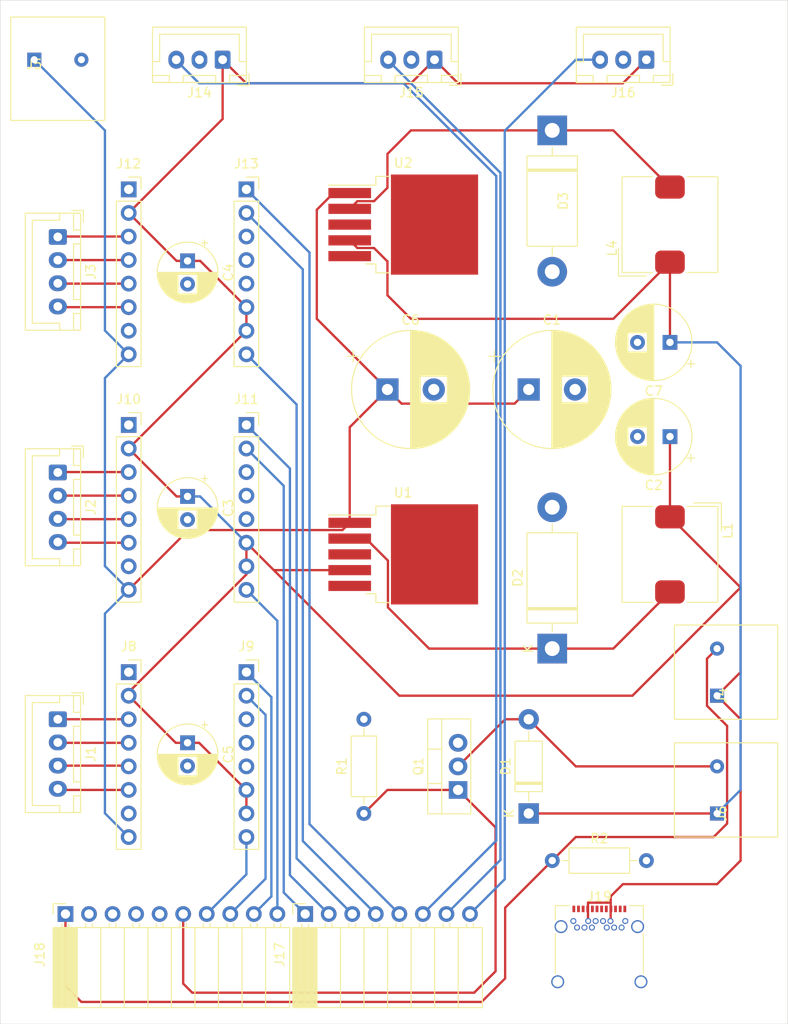
<source format=kicad_pcb>
(kicad_pcb (version 20211014) (generator pcbnew)
  (layers (0 "F.Cu" signal) (31 "B.Cu" signal) (34 "B.Paste" user) (35 "F.Paste" user) (36 "B.SilkS" user "B.Silkscreen") (37 "F.SilkS" user "F.Silkscreen") (38 "B.Mask" user) (39 "F.Mask" user) (44 "Edge.Cuts" user))
  (net 0 "")
  (net 1 "DC-")
  (net 2 "+5V")
  (net 3 "OA2x")
  (net 4 "OA1x")
  (net 5 "OB1x")
  (net 6 "OB2x")
  (net 7 "ENx")
  (net 8 "+24V")
  (net 9 "Net-(D3-Pad1)")
  (net 12 "STEPx")
  (net 13 "DIRx")
  (net 14 "OA2y")
  (net 15 "OA1y")
  (net 16 "OB1y")
  (net 17 "OB2y")
  (net 18 "ENy")
  (net 19 "GND")
  (net 22 "STEPy")
  (net 23 "DIRy")
  (net 24 "OA2z")
  (net 25 "OA1z")
  (net 26 "OB1z")
  (net 27 "OB2z")
  (net 28 "ENz")
  (net 31 "STEPz")
  (net 32 "DIRz")
  (net 33 "Lx")
  (net 34 "Ly")
  (net 35 "Lz")
  (net 40 "Net-(D2-Pad1)")
  (net 41 "DCtrl")
  (net 47 "CONT")
  (net 48 "16")
  (net 49 "AREF")
  (net 50 "13")
  (net 61 "+12V")
  (footprint "Diode_THT:D_DO-41_SOD81_P10.16mm_Horizontal" (layer "F.Cu") (at 101.6 121.92 90)
    (fp_text reference "D1" (at 5.08 -2.47 90) (layer "F.SilkS"))
    (fp_text value "1N4001")
    (fp_text user "K" (at 0 -2.1 90) (layer "F.SilkS"))
    (pad "1" thru_hole rect (at 0 0 90) (size 2.2 2.2) (drill 1.1) (layers *.Cu *.Mask) (net 61 "+12V"))
    (pad "2" thru_hole oval (at 10.16 0 90) (size 2.2 2.2) (drill 1.1) (layers *.Cu *.Mask) (net 1 "DC-"))
  )
  (footprint "Connector_JST:JST_XH_B4B-XH-A_1x04_P2.50mm_Vertical" (layer "F.Cu") (at 50.8 111.76 -90)
    (fp_text reference "J1" (at 3.75 -3.55 90) (layer "F.SilkS"))
    (fp_text value "Conn_01x04_Male")
    (pad "1" thru_hole roundrect locked (at 0 0 270) (size 1.7 1.95) (drill 0.95) (layers *.Cu *.Mask) (roundrect_rratio 0.147059) (net 6 "OB2x"))
    (pad "2" thru_hole oval locked (at 2.5 0 270) (size 1.7 1.95) (drill 0.95) (layers *.Cu *.Mask) (net 5 "OB1x"))
    (pad "3" thru_hole oval locked (at 5 0 270) (size 1.7 1.95) (drill 0.95) (layers *.Cu *.Mask) (net 4 "OA1x"))
    (pad "4" thru_hole oval locked (at 7.5 0 270) (size 1.7 1.95) (drill 0.95) (layers *.Cu *.Mask) (net 3 "OA2x"))
  )
  (footprint "Connector_JST:JST_XH_B4B-XH-A_1x04_P2.50mm_Vertical" (layer "F.Cu") (at 50.8 85.15 -90)
    (fp_text reference "J2" (at 3.75 -3.55 90) (layer "F.SilkS"))
    (fp_text value "Conn_01x04_Male")
    (pad "1" thru_hole roundrect locked (at 0 0 270) (size 1.7 1.95) (drill 0.95) (layers *.Cu *.Mask) (roundrect_rratio 0.147059) (net 17 "OB2y"))
    (pad "2" thru_hole oval locked (at 2.5 0 270) (size 1.7 1.95) (drill 0.95) (layers *.Cu *.Mask) (net 16 "OB1y"))
    (pad "3" thru_hole oval locked (at 5 0 270) (size 1.7 1.95) (drill 0.95) (layers *.Cu *.Mask) (net 15 "OA1y"))
    (pad "4" thru_hole oval locked (at 7.5 0 270) (size 1.7 1.95) (drill 0.95) (layers *.Cu *.Mask) (net 14 "OA2y"))
  )
  (footprint "Connector_JST:JST_XH_B4B-XH-A_1x04_P2.50mm_Vertical" (layer "F.Cu") (at 50.8 59.75 -90)
    (fp_text reference "J3" (at 3.75 -3.55 90) (layer "F.SilkS"))
    (fp_text value "Conn_01x04_Male")
    (pad "1" thru_hole roundrect locked (at 0 0 270) (size 1.7 1.95) (drill 0.95) (layers *.Cu *.Mask) (roundrect_rratio 0.147059) (net 27 "OB2z"))
    (pad "2" thru_hole oval locked (at 2.5 0 270) (size 1.7 1.95) (drill 0.95) (layers *.Cu *.Mask) (net 26 "OB1z"))
    (pad "3" thru_hole oval locked (at 5 0 270) (size 1.7 1.95) (drill 0.95) (layers *.Cu *.Mask) (net 25 "OA1z"))
    (pad "4" thru_hole oval locked (at 7.5 0 270) (size 1.7 1.95) (drill 0.95) (layers *.Cu *.Mask) (net 24 "OA2z"))
  )
  (footprint "CNC_interface:TerminalBlock_Phoenix_MKDSP-1,5-2-5.08_1x02_P5.08mm" (layer "F.Cu") (at 121.92 121.92 90)
    (fp_text reference "J6" (at 0 0.5 90) (layer "F.SilkS"))
    (fp_text value "Screw_Terminal_01x02")
    (pad "1" thru_hole rect locked (at 0 0 90) (size 1.524 1.524) (drill 0.762) (layers *.Cu *.Mask) (net 61 "+12V"))
    (pad "2" thru_hole circle locked (at 5.08 0 90) (size 1.524 1.524) (drill 0.762) (layers *.Cu *.Mask) (net 1 "DC-"))
  )
  (footprint "Connector_PinSocket_2.54mm:PinSocket_1x08_P2.54mm_Vertical" (layer "F.Cu") (at 58.445 106.68)
    (fp_text reference "J8" (at 0 -2.77) (layer "F.SilkS"))
    (fp_text value "Conn_01x08")
    (pad "1" thru_hole rect (at 0 0) (size 1.7 1.7) (drill 1) (layers *.Cu *.Mask) (net 19 "GND"))
    (pad "2" thru_hole oval (at 0 2.54) (size 1.7 1.7) (drill 1) (layers *.Cu *.Mask) (net 2 "+5V"))
    (pad "3" thru_hole oval (at 0 5.08) (size 1.7 1.7) (drill 1) (layers *.Cu *.Mask) (net 6 "OB2x"))
    (pad "4" thru_hole oval (at 0 7.62) (size 1.7 1.7) (drill 1) (layers *.Cu *.Mask) (net 5 "OB1x"))
    (pad "5" thru_hole oval (at 0 10.16) (size 1.7 1.7) (drill 1) (layers *.Cu *.Mask) (net 4 "OA1x"))
    (pad "6" thru_hole oval (at 0 12.7) (size 1.7 1.7) (drill 1) (layers *.Cu *.Mask) (net 3 "OA2x"))
    (pad "7" thru_hole oval (at 0 15.24) (size 1.7 1.7) (drill 1) (layers *.Cu *.Mask) (net 19 "GND"))
    (pad "8" thru_hole oval (at 0 17.78) (size 1.7 1.7) (drill 1) (layers *.Cu *.Mask) (net 8 "+24V"))
  )
  (footprint "Connector_PinSocket_2.54mm:PinSocket_1x08_P2.54mm_Vertical" (layer "F.Cu") (at 71.145 106.68)
    (fp_text reference "J9" (at 0 -2.77) (layer "F.SilkS"))
    (fp_text value "Conn_01x08")
    (pad "1" thru_hole rect (at 0 0) (size 1.7 1.7) (drill 1) (layers *.Cu *.Mask) (net 13 "DIRx"))
    (pad "2" thru_hole oval (at 0 2.54) (size 1.7 1.7) (drill 1) (layers *.Cu *.Mask) (net 12 "STEPx"))
    (pad "3" thru_hole oval (at 0 5.08) (size 1.7 1.7) (drill 1) (layers *.Cu *.Mask))
    (pad "4" thru_hole oval (at 0 7.62) (size 1.7 1.7) (drill 1) (layers *.Cu *.Mask))
    (pad "5" thru_hole oval (at 0 10.16) (size 1.7 1.7) (drill 1) (layers *.Cu *.Mask))
    (pad "6" thru_hole oval (at 0 12.7) (size 1.7 1.7) (drill 1) (layers *.Cu *.Mask) (net 2 "+5V"))
    (pad "7" thru_hole oval (at 0 15.24) (size 1.7 1.7) (drill 1) (layers *.Cu *.Mask) (net 2 "+5V"))
    (pad "8" thru_hole oval (at 0 17.78) (size 1.7 1.7) (drill 1) (layers *.Cu *.Mask) (net 7 "ENx"))
  )
  (footprint "Connector_PinSocket_2.54mm:PinSocket_1x08_P2.54mm_Vertical" (layer "F.Cu") (at 58.445 80.025)
    (fp_text reference "J10" (at 0 -2.77) (layer "F.SilkS"))
    (fp_text value "Conn_01x08")
    (pad "1" thru_hole rect (at 0 0) (size 1.7 1.7) (drill 1) (layers *.Cu *.Mask) (net 19 "GND"))
    (pad "2" thru_hole oval (at 0 2.54) (size 1.7 1.7) (drill 1) (layers *.Cu *.Mask) (net 2 "+5V"))
    (pad "3" thru_hole oval (at 0 5.08) (size 1.7 1.7) (drill 1) (layers *.Cu *.Mask) (net 17 "OB2y"))
    (pad "4" thru_hole oval (at 0 7.62) (size 1.7 1.7) (drill 1) (layers *.Cu *.Mask) (net 16 "OB1y"))
    (pad "5" thru_hole oval (at 0 10.16) (size 1.7 1.7) (drill 1) (layers *.Cu *.Mask) (net 15 "OA1y"))
    (pad "6" thru_hole oval (at 0 12.7) (size 1.7 1.7) (drill 1) (layers *.Cu *.Mask) (net 14 "OA2y"))
    (pad "7" thru_hole oval (at 0 15.24) (size 1.7 1.7) (drill 1) (layers *.Cu *.Mask) (net 19 "GND"))
    (pad "8" thru_hole oval (at 0 17.78) (size 1.7 1.7) (drill 1) (layers *.Cu *.Mask) (net 8 "+24V"))
  )
  (footprint "Connector_PinSocket_2.54mm:PinSocket_1x08_P2.54mm_Vertical" (layer "F.Cu") (at 71.145 80.025)
    (fp_text reference "J11" (at 0 -2.77) (layer "F.SilkS"))
    (fp_text value "Conn_01x08")
    (pad "1" thru_hole rect (at 0 0) (size 1.7 1.7) (drill 1) (layers *.Cu *.Mask) (net 23 "DIRy"))
    (pad "2" thru_hole oval (at 0 2.54) (size 1.7 1.7) (drill 1) (layers *.Cu *.Mask) (net 22 "STEPy"))
    (pad "3" thru_hole oval (at 0 5.08) (size 1.7 1.7) (drill 1) (layers *.Cu *.Mask))
    (pad "4" thru_hole oval (at 0 7.62) (size 1.7 1.7) (drill 1) (layers *.Cu *.Mask))
    (pad "5" thru_hole oval (at 0 10.16) (size 1.7 1.7) (drill 1) (layers *.Cu *.Mask))
    (pad "6" thru_hole oval (at 0 12.7) (size 1.7 1.7) (drill 1) (layers *.Cu *.Mask) (net 2 "+5V"))
    (pad "7" thru_hole oval (at 0 15.24) (size 1.7 1.7) (drill 1) (layers *.Cu *.Mask) (net 2 "+5V"))
    (pad "8" thru_hole oval (at 0 17.78) (size 1.7 1.7) (drill 1) (layers *.Cu *.Mask) (net 18 "ENy"))
  )
  (footprint "Connector_PinSocket_2.54mm:PinSocket_1x08_P2.54mm_Vertical" (layer "F.Cu") (at 58.445 54.625)
    (fp_text reference "J12" (at 0 -2.77) (layer "F.SilkS"))
    (fp_text value "Conn_01x08")
    (pad "1" thru_hole rect (at 0 0) (size 1.7 1.7) (drill 1) (layers *.Cu *.Mask) (net 19 "GND"))
    (pad "2" thru_hole oval (at 0 2.54) (size 1.7 1.7) (drill 1) (layers *.Cu *.Mask) (net 2 "+5V"))
    (pad "3" thru_hole oval (at 0 5.08) (size 1.7 1.7) (drill 1) (layers *.Cu *.Mask) (net 27 "OB2z"))
    (pad "4" thru_hole oval (at 0 7.62) (size 1.7 1.7) (drill 1) (layers *.Cu *.Mask) (net 26 "OB1z"))
    (pad "5" thru_hole oval (at 0 10.16) (size 1.7 1.7) (drill 1) (layers *.Cu *.Mask) (net 25 "OA1z"))
    (pad "6" thru_hole oval (at 0 12.7) (size 1.7 1.7) (drill 1) (layers *.Cu *.Mask) (net 24 "OA2z"))
    (pad "7" thru_hole oval (at 0 15.24) (size 1.7 1.7) (drill 1) (layers *.Cu *.Mask) (net 19 "GND"))
    (pad "8" thru_hole oval (at 0 17.78) (size 1.7 1.7) (drill 1) (layers *.Cu *.Mask) (net 8 "+24V"))
  )
  (footprint "Connector_PinSocket_2.54mm:PinSocket_1x08_P2.54mm_Vertical" (layer "F.Cu") (at 71.145 54.625)
    (fp_text reference "J13" (at 0 -2.77) (layer "F.SilkS"))
    (fp_text value "Conn_01x08")
    (pad "1" thru_hole rect (at 0 0) (size 1.7 1.7) (drill 1) (layers *.Cu *.Mask) (net 32 "DIRz"))
    (pad "2" thru_hole oval (at 0 2.54) (size 1.7 1.7) (drill 1) (layers *.Cu *.Mask) (net 31 "STEPz"))
    (pad "3" thru_hole oval (at 0 5.08) (size 1.7 1.7) (drill 1) (layers *.Cu *.Mask))
    (pad "4" thru_hole oval (at 0 7.62) (size 1.7 1.7) (drill 1) (layers *.Cu *.Mask))
    (pad "5" thru_hole oval (at 0 10.16) (size 1.7 1.7) (drill 1) (layers *.Cu *.Mask))
    (pad "6" thru_hole oval (at 0 12.7) (size 1.7 1.7) (drill 1) (layers *.Cu *.Mask) (net 2 "+5V"))
    (pad "7" thru_hole oval (at 0 15.24) (size 1.7 1.7) (drill 1) (layers *.Cu *.Mask) (net 2 "+5V"))
    (pad "8" thru_hole oval (at 0 17.78) (size 1.7 1.7) (drill 1) (layers *.Cu *.Mask) (net 28 "ENz"))
  )
  (footprint "Connector_JST:JST_XH_B3B-XH-A_1x03_P2.50mm_Vertical" (layer "F.Cu") (at 68.58 40.64 180)
    (fp_text reference "J14" (at 2.5 -3.55) (layer "F.SilkS"))
    (fp_text value "Conn_01x03_Male")
    (pad "1" thru_hole roundrect (at 0 0 180) (size 1.7 1.95) (drill 0.95) (layers *.Cu *.Mask) (roundrect_rratio 0.147059) (net 2 "+5V"))
    (pad "2" thru_hole oval (at 2.5 0 180) (size 1.7 1.95) (drill 0.95) (layers *.Cu *.Mask) (net 19 "GND"))
    (pad "3" thru_hole oval (at 5 0 180) (size 1.7 1.95) (drill 0.95) (layers *.Cu *.Mask) (net 33 "Lx"))
  )
  (footprint "Connector_JST:JST_XH_B3B-XH-A_1x03_P2.50mm_Vertical" (layer "F.Cu") (at 91.44 40.64 180)
    (fp_text reference "J15" (at 2.5 -3.55) (layer "F.SilkS"))
    (fp_text value "Conn_01x03_Male")
    (pad "1" thru_hole roundrect (at 0 0 180) (size 1.7 1.95) (drill 0.95) (layers *.Cu *.Mask) (roundrect_rratio 0.147059) (net 2 "+5V"))
    (pad "2" thru_hole oval (at 2.5 0 180) (size 1.7 1.95) (drill 0.95) (layers *.Cu *.Mask) (net 19 "GND"))
    (pad "3" thru_hole oval (at 5 0 180) (size 1.7 1.95) (drill 0.95) (layers *.Cu *.Mask) (net 34 "Ly"))
  )
  (footprint "Connector_JST:JST_XH_B3B-XH-A_1x03_P2.50mm_Vertical" (layer "F.Cu") (at 114.3 40.64 180)
    (fp_text reference "J16" (at 2.5 -3.55) (layer "F.SilkS"))
    (fp_text value "Conn_01x03_Male")
    (pad "1" thru_hole roundrect (at 0 0 180) (size 1.7 1.95) (drill 0.95) (layers *.Cu *.Mask) (roundrect_rratio 0.147059) (net 2 "+5V"))
    (pad "2" thru_hole oval (at 2.5 0 180) (size 1.7 1.95) (drill 0.95) (layers *.Cu *.Mask) (net 19 "GND"))
    (pad "3" thru_hole oval (at 5 0 180) (size 1.7 1.95) (drill 0.95) (layers *.Cu *.Mask) (net 35 "Lz"))
  )
  (footprint "Package_TO_SOT_THT:TO-220-3_Vertical" (layer "F.Cu") (at 93.98 119.38 90)
    (fp_text reference "Q1" (at 2.54 -4.27 90) (layer "F.SilkS"))
    (fp_text value "Q_NMOS_GDS")
    (pad "1" thru_hole rect (at 0 0 90) (size 1.905 2) (drill 1.1) (layers *.Cu *.Mask) (net 41 "DCtrl"))
    (pad "2" thru_hole oval (at 2.54 0 90) (size 1.905 2) (drill 1.1) (layers *.Cu *.Mask) (net 1 "DC-"))
    (pad "3" thru_hole oval (at 5.08 0 90) (size 1.905 2) (drill 1.1) (layers *.Cu *.Mask) (net 19 "GND"))
  )
  (footprint "CNC_interface:TerminalBlock_Phoenix_MKDSP-1,5-2-5.08_1x02_P5.08mm" (layer "F.Cu") (at 48.26 40.64)
    (fp_text reference "J5" (at 0 0.5) (layer "F.SilkS"))
    (fp_text value "Screw_Terminal_01x02")
    (pad "1" thru_hole rect locked (at 0 0) (size 1.524 1.524) (drill 0.762) (layers *.Cu *.Mask) (net 8 "+24V"))
    (pad "2" thru_hole circle locked (at 5.08 0) (size 1.524 1.524) (drill 0.762) (layers *.Cu *.Mask) (net 19 "GND"))
  )
  (footprint "Connector_PinSocket_2.54mm:PinSocket_1x10_P2.54mm_Horizontal" (layer "F.Cu") (at 51.625 132.76 90)
    (fp_text reference "J18" (at -4.38 -2.77 90) (layer "F.SilkS"))
    (fp_text value "Conn_01x10")
    (pad "1" thru_hole rect (at 0 0 90) (size 1.7 1.7) (drill 1) (layers *.Cu *.Mask) (net 47 "CONT"))
    (pad "2" thru_hole oval (at 0 2.54 90) (size 1.7 1.7) (drill 1) (layers *.Cu *.Mask) (net 48 "16"))
    (pad "3" thru_hole oval (at 0 5.08 90) (size 1.7 1.7) (drill 1) (layers *.Cu *.Mask) (net 49 "AREF"))
    (pad "4" thru_hole oval (at 0 7.62 90) (size 1.7 1.7) (drill 1) (layers *.Cu *.Mask) (net 19 "GND"))
    (pad "5" thru_hole oval (at 0 10.16 90) (size 1.7 1.7) (drill 1) (layers *.Cu *.Mask) (net 50 "13"))
    (pad "6" thru_hole oval (at 0 12.7 90) (size 1.7 1.7) (drill 1) (layers *.Cu *.Mask) (net 41 "DCtrl"))
    (pad "7" thru_hole oval (at 0 15.24 90) (size 1.7 1.7) (drill 1) (layers *.Cu *.Mask) (net 7 "ENx"))
    (pad "8" thru_hole oval (at 0 17.78 90) (size 1.7 1.7) (drill 1) (layers *.Cu *.Mask) (net 12 "STEPx"))
    (pad "9" thru_hole oval (at 0 20.32 90) (size 1.7 1.7) (drill 1) (layers *.Cu *.Mask) (net 13 "DIRx"))
    (pad "10" thru_hole oval (at 0 22.86 90) (size 1.7 1.7) (drill 1) (layers *.Cu *.Mask) (net 18 "ENy"))
  )
  (footprint "Capacitor_THT:CP_Radial_D12.5mm_P5.00mm" (layer "F.Cu") (at 86.36 76.2)
    (fp_text reference "C6" (at 2.5 -7.5) (layer "F.SilkS"))
    (fp_text value "100uF")
    (pad "1" thru_hole rect (at 0 0) (size 2.4 2.4) (drill 1.2) (layers *.Cu *.Mask) (net 8 "+24V"))
    (pad "2" thru_hole circle (at 5 0) (size 2.4 2.4) (drill 1.2) (layers *.Cu *.Mask) (net 19 "GND"))
  )
  (footprint "Capacitor_THT:CP_Radial_D6.3mm_P2.50mm" (layer "F.Cu") (at 64.795 62.332621 -90)
    (fp_text reference "C4" (at 1.25 -4.4 -270) (layer "F.SilkS"))
    (fp_text value "100uF")
    (pad "1" thru_hole rect (at 0 0 270) (size 1.6 1.6) (drill 0.8) (layers *.Cu *.Mask) (net 2 "+5V"))
    (pad "2" thru_hole circle (at 2.5 0 270) (size 1.6 1.6) (drill 0.8) (layers *.Cu *.Mask) (net 19 "GND"))
  )
  (footprint "Capacitor_THT:CP_Radial_D8.0mm_P3.50mm" (layer "F.Cu") (at 116.84 71.12 180)
    (fp_text reference "C7" (at 1.75 -5.25) (layer "F.SilkS"))
    (fp_text value "1000uF")
    (pad "1" thru_hole rect (at 0 0 180) (size 1.6 1.6) (drill 0.8) (layers *.Cu *.Mask) (net 61 "+12V"))
    (pad "2" thru_hole circle (at 3.5 0 180) (size 1.6 1.6) (drill 0.8) (layers *.Cu *.Mask) (net 19 "GND"))
  )
  (footprint "Connector_PinSocket_2.54mm:PinSocket_1x08_P2.54mm_Horizontal" (layer "F.Cu") (at 77.485 132.76 90)
    (fp_text reference "J17" (at -4.38 -2.77 90) (layer "F.SilkS"))
    (fp_text value "Conn_01x08")
    (pad "1" thru_hole rect (at 0 0 90) (size 1.7 1.7) (drill 1) (layers *.Cu *.Mask) (net 22 "STEPy"))
    (pad "2" thru_hole oval (at 0 2.54 90) (size 1.7 1.7) (drill 1) (layers *.Cu *.Mask) (net 23 "DIRy"))
    (pad "3" thru_hole oval (at 0 5.08 90) (size 1.7 1.7) (drill 1) (layers *.Cu *.Mask) (net 28 "ENz"))
    (pad "4" thru_hole oval (at 0 7.62 90) (size 1.7 1.7) (drill 1) (layers *.Cu *.Mask) (net 31 "STEPz"))
    (pad "5" thru_hole oval (at 0 10.16 90) (size 1.7 1.7) (drill 1) (layers *.Cu *.Mask) (net 32 "DIRz"))
    (pad "6" thru_hole oval (at 0 12.7 90) (size 1.7 1.7) (drill 1) (layers *.Cu *.Mask) (net 33 "Lx"))
    (pad "7" thru_hole oval (at 0 15.24 90) (size 1.7 1.7) (drill 1) (layers *.Cu *.Mask) (net 34 "Ly"))
    (pad "8" thru_hole oval (at 0 17.78 90) (size 1.7 1.7) (drill 1) (layers *.Cu *.Mask) (net 35 "Lz"))
  )
  (footprint "Package_TO_SOT_SMD:TO-263-5_TabPin3" (layer "F.Cu") (at 88.065 93.98)
    (fp_text reference "U1" (at 0 -6.65) (layer "F.SilkS"))
    (fp_text value "LM2576-05")
    (pad "1" smd rect (at -5.775 -3.4) (size 4.6 1.1) (layers "F.Cu" "F.Paste" "F.Mask") (net 8 "+24V"))
    (pad "2" smd rect (at -5.775 -1.7) (size 4.6 1.1) (layers "F.Cu" "F.Paste" "F.Mask") (net 40 "Net-(D2-Pad1)"))
    (pad "3" smd rect (at 3.375 0) (size 9.4 10.8) (layers "F.Cu" "F.Mask") (net 19 "GND"))
    (pad "3" smd rect (at -5.775 0) (size 4.6 1.1) (layers "F.Cu" "F.Paste" "F.Mask") (net 19 "GND"))
    (pad "4" smd rect (at -5.775 1.7) (size 4.6 1.1) (layers "F.Cu" "F.Paste" "F.Mask") (net 2 "+5V"))
    (pad "5" smd rect (at -5.775 3.4) (size 4.6 1.1) (layers "F.Cu" "F.Paste" "F.Mask") (net 19 "GND"))
  )
  (footprint "Capacitor_THT:CP_Radial_D6.3mm_P2.50mm" (layer "F.Cu") (at 64.795 87.732621 -90)
    (fp_text reference "C3" (at 1.25 -4.4 -270) (layer "F.SilkS"))
    (fp_text value "100uF")
    (pad "1" thru_hole rect (at 0 0 270) (size 1.6 1.6) (drill 0.8) (layers *.Cu *.Mask) (net 2 "+5V"))
    (pad "2" thru_hole circle (at 2.5 0 270) (size 1.6 1.6) (drill 0.8) (layers *.Cu *.Mask) (net 19 "GND"))
  )
  (footprint "Capacitor_THT:CP_Radial_D8.0mm_P3.50mm" (layer "F.Cu") (at 116.84 81.28 180)
    (fp_text reference "C2" (at 1.75 -5.25) (layer "F.SilkS"))
    (fp_text value "1000uF")
    (pad "1" thru_hole rect (at 0 0 180) (size 1.6 1.6) (drill 0.8) (layers *.Cu *.Mask) (net 2 "+5V"))
    (pad "2" thru_hole circle (at 3.5 0 180) (size 1.6 1.6) (drill 0.8) (layers *.Cu *.Mask) (net 19 "GND"))
  )
  (footprint "Diode_THT:D_DO-201AD_P15.24mm_Horizontal" (layer "F.Cu") (at 104.14 104.14 90)
    (fp_text reference "D2" (at 7.62 -3.72 90) (layer "F.SilkS"))
    (fp_text value "1N5822")
    (fp_text user "K" (at 0 -2.6 90) (layer "F.SilkS"))
    (pad "1" thru_hole rect (at 0 0 90) (size 3.2 3.2) (drill 1.6) (layers *.Cu *.Mask) (net 40 "Net-(D2-Pad1)"))
    (pad "2" thru_hole oval (at 15.24 0 90) (size 3.2 3.2) (drill 1.6) (layers *.Cu *.Mask) (net 19 "GND"))
  )
  (footprint "Resistor_THT:R_Axial_DIN0207_L6.3mm_D2.5mm_P10.16mm_Horizontal" (layer "F.Cu") (at 83.82 121.92 90)
    (fp_text reference "R1" (at 5.08 -2.37 90) (layer "F.SilkS"))
    (fp_text value "100k")
    (pad "1" thru_hole circle (at 0 0 90) (size 1.6 1.6) (drill 0.8) (layers *.Cu *.Mask) (net 41 "DCtrl"))
    (pad "2" thru_hole oval (at 10.16 0 90) (size 1.6 1.6) (drill 0.8) (layers *.Cu *.Mask) (net 19 "GND"))
  )
  (footprint "Diode_THT:D_DO-201AD_P15.24mm_Horizontal" (layer "F.Cu") (at 104.14 48.26 -90)
    (fp_text reference "D3" (at 7.62 -1.18 90) (layer "F.SilkS"))
    (fp_text value "1N5822")
    (fp_text user "K" (at 0 -0.06 90) (layer "F.SilkS"))
    (pad "1" thru_hole rect (at 0 0 270) (size 3.2 3.2) (drill 1.6) (layers *.Cu *.Mask) (net 9 "Net-(D3-Pad1)"))
    (pad "2" thru_hole oval (at 15.24 0 270) (size 3.2 3.2) (drill 1.6) (layers *.Cu *.Mask) (net 19 "GND"))
  )
  (footprint "Capacitor_THT:CP_Radial_D6.3mm_P2.50mm" (layer "F.Cu") (at 64.795 114.3 -90)
    (fp_text reference "C5" (at 1.25 -4.4 -270) (layer "F.SilkS"))
    (fp_text value "100uF")
    (pad "1" thru_hole rect (at 0 0 270) (size 1.6 1.6) (drill 0.8) (layers *.Cu *.Mask) (net 2 "+5V"))
    (pad "2" thru_hole circle (at 2.5 0 270) (size 1.6 1.6) (drill 0.8) (layers *.Cu *.Mask) (net 19 "GND"))
  )
  (footprint "Capacitor_THT:CP_Radial_D12.5mm_P5.00mm" (layer "F.Cu") (at 101.6 76.2)
    (fp_text reference "C1" (at 2.5 -7.5) (layer "F.SilkS"))
    (fp_text value "100uF")
    (pad "1" thru_hole rect (at 0 0) (size 2.4 2.4) (drill 1.2) (layers *.Cu *.Mask) (net 8 "+24V"))
    (pad "2" thru_hole circle (at 5 0) (size 2.4 2.4) (drill 1.2) (layers *.Cu *.Mask) (net 19 "GND"))
  )
  (footprint "Inductor_SMD:L_TDK_SLF10145" (layer "F.Cu") (at 116.84 58.42 90)
    (fp_text reference "L4" (at -2.55 -6.25 90) (layer "F.SilkS"))
    (fp_text value "100uF")
    (fp_text user "" (at -49 0.05 90) (layer "F.SilkS") (effects (font (size 3 3))))
    (pad "1" smd roundrect (at -4.05 0 90) (size 2.5 3.2) (layers "F.Cu" "F.Paste" "F.Mask") (net 61 "+12V"))
    (pad "2" smd roundrect (at 4.05 0 90) (size 2.5 3.2) (layers "F.Cu" "F.Paste" "F.Mask") (net 9 "Net-(D3-Pad1)"))
  )
  (footprint "Connector_USB:USB_C_Receptacle_Amphenol_12401548E4-2A_CircularHoles" (layer "F.Cu") (at 109.22 137.23)
    (fp_text reference "J19" (at 0 -6.36) (layer "F.SilkS"))
    (fp_text value "USB_C_Receptacle")
    (pad "" np_thru_hole circle (at -3.6 -4.36) (size 0.65 0.65) (drill 0.65) (layers *.Cu *.Mask))
    (pad "" np_thru_hole circle (at 3.6 -4.36) (size 0.95 0.95) (drill 0.95) (layers *.Cu *.Mask))
    (pad "A1" smd rect (at -2.75 -5.02) (size 0.3 0.7) (layers "F.Cu" "F.Paste" "F.Mask") (net 19 "GND"))
    (pad "A2" smd rect (at -2.25 -5.02) (size 0.3 0.7) (layers "F.Cu" "F.Paste" "F.Mask"))
    (pad "A3" smd rect (at -1.75 -5.02) (size 0.3 0.7) (layers "F.Cu" "F.Paste" "F.Mask"))
    (pad "A4" smd rect (at -1.25 -5.02) (size 0.3 0.7) (layers "F.Cu" "F.Paste" "F.Mask") (net 2 "+5V"))
    (pad "A5" smd rect (at -0.75 -5.02) (size 0.3 0.7) (layers "F.Cu" "F.Paste" "F.Mask"))
    (pad "A6" smd rect (at -0.25 -5.02) (size 0.3 0.7) (layers "F.Cu" "F.Paste" "F.Mask"))
    (pad "A7" smd rect (at 0.25 -5.02) (size 0.3 0.7) (layers "F.Cu" "F.Paste" "F.Mask"))
    (pad "A8" smd rect (at 0.75 -5.02) (size 0.3 0.7) (layers "F.Cu" "F.Paste" "F.Mask"))
    (pad "A9" smd rect (at 1.25 -5.02) (size 0.3 0.7) (layers "F.Cu" "F.Paste" "F.Mask") (net 2 "+5V"))
    (pad "A10" smd rect (at 1.75 -5.02) (size 0.3 0.7) (layers "F.Cu" "F.Paste" "F.Mask"))
    (pad "A11" smd rect (at 2.25 -5.02) (size 0.3 0.7) (layers "F.Cu" "F.Paste" "F.Mask"))
    (pad "A12" smd rect (at 2.75 -5.02) (size 0.3 0.7) (layers "F.Cu" "F.Paste" "F.Mask") (net 19 "GND"))
    (pad "B1" thru_hole circle (at 2.8 -3.71) (size 0.65 0.65) (drill 0.4) (layers *.Cu *.Mask) (net 19 "GND"))
    (pad "B2" thru_hole circle (at 2.4 -3.01) (size 0.65 0.65) (drill 0.4) (layers *.Cu *.Mask))
    (pad "B3" thru_hole circle (at 1.6 -3.01) (size 0.65 0.65) (drill 0.4) (layers *.Cu *.Mask))
    (pad "B4" thru_hole circle (at 1.2 -3.71) (size 0.65 0.65) (drill 0.4) (layers *.Cu *.Mask) (net 2 "+5V"))
    (pad "B5" thru_hole circle (at 0.8 -3.01) (size 0.65 0.65) (drill 0.4) (layers *.Cu *.Mask))
    (pad "B6" thru_hole circle (at 0.4 -3.71) (size 0.65 0.65) (drill 0.4) (layers *.Cu *.Mask))
    (pad "B7" thru_hole circle (at -0.4 -3.71) (size 0.65 0.65) (drill 0.4) (layers *.Cu *.Mask))
    (pad "B8" thru_hole circle (at -0.8 -3.01) (size 0.65 0.65) (drill 0.4) (layers *.Cu *.Mask))
    (pad "B9" thru_hole circle (at -1.2 -3.71) (size 0.65 0.65) (drill 0.4) (layers *.Cu *.Mask) (net 2 "+5V"))
    (pad "B10" thru_hole circle (at -1.6 -3.01) (size 0.65 0.65) (drill 0.4) (layers *.Cu *.Mask))
    (pad "B11" thru_hole circle (at -2.4 -3.01) (size 0.65 0.65) (drill 0.4) (layers *.Cu *.Mask))
    (pad "B12" thru_hole circle (at -2.8 -3.71) (size 0.65 0.65) (drill 0.4) (layers *.Cu *.Mask) (net 19 "GND"))
    (pad "S1" thru_hole circle (at -4.13 -3.11) (size 1.4 1.4) (drill 1.1) (layers *.Cu *.Mask) (net 19 "GND"))
    (pad "S1" thru_hole circle (at 4.49 2.84) (size 1.4 1.4) (drill 1.1) (layers *.Cu *.Mask) (net 19 "GND"))
    (pad "S1" thru_hole circle (at 4.13 -3.11) (size 1.4 1.4) (drill 1.1) (layers *.Cu *.Mask) (net 19 "GND"))
    (pad "S1" thru_hole circle (at -4.49 2.84) (size 1.4 1.4) (drill 1.1) (layers *.Cu *.Mask) (net 19 "GND"))
  )
  (footprint "Package_TO_SOT_SMD:TO-263-5_TabPin3" (layer "F.Cu") (at 88.065 58.42)
    (fp_text reference "U2" (at 0 -6.65) (layer "F.SilkS"))
    (fp_text value "LM2576-12")
    (pad "1" smd rect (at -5.775 -3.4) (size 4.6 1.1) (layers "F.Cu" "F.Paste" "F.Mask") (net 8 "+24V"))
    (pad "2" smd rect (at -5.775 -1.7) (size 4.6 1.1) (layers "F.Cu" "F.Paste" "F.Mask") (net 9 "Net-(D3-Pad1)"))
    (pad "3" smd rect (at -5.775 0) (size 4.6 1.1) (layers "F.Cu" "F.Paste" "F.Mask") (net 19 "GND"))
    (pad "3" smd rect (at 3.375 0) (size 9.4 10.8) (layers "F.Cu" "F.Mask") (net 19 "GND"))
    (pad "4" smd rect (at -5.775 1.7) (size 4.6 1.1) (layers "F.Cu" "F.Paste" "F.Mask") (net 61 "+12V"))
    (pad "5" smd rect (at -5.775 3.4) (size 4.6 1.1) (layers "F.Cu" "F.Paste" "F.Mask") (net 19 "GND"))
  )
  (footprint "Resistor_THT:R_Axial_DIN0207_L6.3mm_D2.5mm_P10.16mm_Horizontal" (layer "F.Cu") (at 104.14 127)
    (fp_text reference "R2" (at 5.08 -2.37) (layer "F.SilkS"))
    (fp_text value "100k")
    (pad "1" thru_hole circle (at 0 0) (size 1.6 1.6) (drill 0.8) (layers *.Cu *.Mask) (net 47 "CONT"))
    (pad "2" thru_hole oval (at 10.16 0) (size 1.6 1.6) (drill 0.8) (layers *.Cu *.Mask) (net 19 "GND"))
  )
  (footprint "CNC_interface:TerminalBlock_Phoenix_MKDSP-1,5-2-5.08_1x02_P5.08mm" (layer "F.Cu") (at 121.92 109.22 90)
    (fp_text reference "J4" (at 0 0.5 90) (layer "F.SilkS"))
    (fp_text value "Screw_Terminal_01x02")
    (pad "1" thru_hole rect locked (at 0 0 90) (size 1.524 1.524) (drill 0.762) (layers *.Cu *.Mask) (net 2 "+5V"))
    (pad "2" thru_hole circle locked (at 5.08 0 90) (size 1.524 1.524) (drill 0.762) (layers *.Cu *.Mask) (net 47 "CONT"))
  )
  (footprint "Inductor_SMD:L_TDK_SLF10145" (layer "F.Cu") (at 116.84 93.98 -90)
    (fp_text reference "L1" (at -2.55 -6.25 90) (layer "F.SilkS"))
    (fp_text value "100uH")
    (fp_text user "" (at -49 0.05 90) (layer "F.SilkS") (effects (font (size 3 3))))
    (pad "1" smd roundrect (at -4.05 0 270) (size 2.5 3.2) (layers "F.Cu" "F.Paste" "F.Mask") (net 2 "+5V"))
    (pad "2" smd roundrect (at 4.05 0 270) (size 2.5 3.2) (layers "F.Cu" "F.Paste" "F.Mask") (net 40 "Net-(D2-Pad1)"))
  )
  (gr_rect (start 44.586255 34.226662) (end 129.551821 144.609984) (layer "Edge.Cuts") (width 0.05) (fill none))
  (segment (start 106.68 116.84) (end 121.92 116.84) (width 0.25) (layer "F.Cu") (net 1))
  (segment (start 99.06 111.76) (end 101.6 111.76) (width 0.25) (layer "F.Cu") (net 1))
  (segment (start 93.98 116.84) (end 99.06 111.76) (width 0.25) (layer "F.Cu") (net 1))
  (segment (start 101.6 111.76) (end 106.68 116.84) (width 0.25) (layer "F.Cu") (net 1))
  (segment (start 74.1 95.68) (end 82.29 95.68) (width 0.25) (layer "F.Cu") (net 2))
  (segment (start 71.145 67.325) (end 66.152621 62.332621) (width 0.25) (layer "F.Cu") (net 2))
  (segment (start 110.444511 133.495489) (end 110.42 133.52) (width 0.25) (layer "F.Cu") (net 2))
  (segment (start 124.46 106.68) (end 121.92 109.22) (width 0.25) (layer "F.Cu") (net 2))
  (segment (start 68.58 40.64) (end 71.12 43.18) (width 0.25) (layer "F.Cu") (net 2))
  (segment (start 71.145 92.725) (end 74.1 95.68) (width 0.25) (layer "F.Cu") (net 2))
  (segment (start 116.84 81.28) (end 116.84 89.93) (width 0.25) (layer "F.Cu") (net 2))
  (segment (start 110.444511 131.56) (end 110.444511 133.495489) (width 0.25) (layer "F.Cu") (net 2))
  (segment (start 124.46 111.76) (end 121.92 109.22) (width 0.25) (layer "F.Cu") (net 2))
  (segment (start 68.58 47.03) (end 68.58 40.64) (width 0.25) (layer "F.Cu") (net 2))
  (segment (start 121.92 129.54) (end 124.46 127) (width 0.25) (layer "F.Cu") (net 2))
  (segment (start 112.79 109.22) (end 124.46 97.55) (width 0.25) (layer "F.Cu") (net 2))
  (segment (start 64.795 62.332621) (end 63.612621 62.332621) (width 0.25) (layer "F.Cu") (net 2))
  (segment (start 66.04 114.3) (end 64.795 114.3) (width 0.25) (layer "F.Cu") (net 2))
  (segment (start 110.444511 131.56) (end 110.444511 130.855489) (width 0.25) (layer "F.Cu") (net 2))
  (segment (start 64.795 114.3) (end 63.525 114.3) (width 0.25) (layer "F.Cu") (net 2))
  (segment (start 71.145 119.38) (end 71.12 119.38) (width 0.25) (layer "F.Cu") (net 2))
  (segment (start 93.98 43.18) (end 111.76 43.18) (width 0.25) (layer "F.Cu") (net 2))
  (segment (start 110.444511 130.855489) (end 111.76 129.54) (width 0.25) (layer "F.Cu") (net 2))
  (segment (start 63.525 114.3) (end 58.445 109.22) (width 0.25) (layer "F.Cu") (net 2))
  (segment (start 58.445 82.565) (end 71.145 69.865) (width 0.25) (layer "F.Cu") (net 2))
  (segment (start 63.612621 62.332621) (end 58.445 57.165) (width 0.25) (layer "F.Cu") (net 2))
  (segment (start 116.84 89.93) (end 124.46 97.55) (width 0.25) (layer "F.Cu") (net 2))
  (segment (start 63.612621 87.732621) (end 58.445 82.565) (width 0.25) (layer "F.Cu") (net 2))
  (segment (start 71.145 121.92) (end 71.145 119.38) (width 0.25) (layer "F.Cu") (net 2))
  (segment (start 88.9 43.18) (end 91.44 40.64) (width 0.25) (layer "F.Cu") (net 2))
  (segment (start 58.445 108.84399) (end 71.145 96.14399) (width 0.25) (layer "F.Cu") (net 2))
  (segment (start 71.12 43.18) (end 88.9 43.18) (width 0.25) (layer "F.Cu") (net 2))
  (segment (start 66.152621 62.332621) (end 64.795 62.332621) (width 0.25) (layer "F.Cu") (net 2))
  (segment (start 71.12 119.38) (end 66.04 114.3) (width 0.25) (layer "F.Cu") (net 2))
  (segment (start 110.42 131.535489) (end 110.444511 131.56) (width 0.25) (layer "F.Cu") (net 2))
  (segment (start 108.02 133.52) (end 107.995489 133.495489) (width 0.25) (layer "F.Cu") (net 2))
  (segment (start 107.995489 133.495489) (end 107.995489 131.535489) (width 0.25) (layer "F.Cu") (net 2))
  (segment (start 111.76 43.18) (end 114.3 40.64) (width 0.25) (layer "F.Cu") (net 2))
  (segment (start 58.445 57.165) (end 68.58 47.03) (width 0.25) (layer "F.Cu") (net 2))
  (segment (start 124.46 97.55) (end 124.46 106.68) (width 0.25) (layer "F.Cu") (net 2))
  (segment (start 74.1 95.68) (end 87.64 109.22) (width 0.25) (layer "F.Cu") (net 2))
  (segment (start 111.76 129.54) (end 121.92 129.54) (width 0.25) (layer "F.Cu") (net 2))
  (segment (start 91.44 40.64) (end 93.98 43.18) (width 0.25) (layer "F.Cu") (net 2))
  (segment (start 71.145 69.865) (end 71.145 67.325) (width 0.25) (layer "F.Cu") (net 2))
  (segment (start 124.46 127) (end 124.46 111.76) (width 0.25) (layer "F.Cu") (net 2))
  (segment (start 71.145 95.265) (end 71.145 92.725) (width 0.25) (layer "F.Cu") (net 2))
  (segment (start 71.145 96.14399) (end 71.145 95.265) (width 0.25) (layer "F.Cu") (net 2))
  (segment (start 87.64 109.22) (end 112.79 109.22) (width 0.25) (layer "F.Cu") (net 2))
  (segment (start 107.995489 131.535489) (end 110.42 131.535489) (width 0.25) (layer "F.Cu") (net 2))
  (segment (start 58.445 109.22) (end 58.445 108.84399) (width 0.25) (layer "F.Cu") (net 2))
  (segment (start 64.795 87.732621) (end 63.612621 87.732621) (width 0.25) (layer "F.Cu") (net 2))
  (segment (start 66.152621 87.732621) (end 71.145 92.725) (width 0.25) (layer "B.Cu") (net 2))
  (segment (start 64.795 87.732621) (end 66.152621 87.732621) (width 0.25) (layer "B.Cu") (net 2))
  (segment (start 58.445 119.38) (end 50.92 119.38) (width 0.25) (layer "F.Cu") (net 3))
  (segment (start 50.92 119.38) (end 50.8 119.26) (width 0.25) (layer "F.Cu") (net 3))
  (segment (start 58.365 116.76) (end 58.445 116.84) (width 0.25) (layer "F.Cu") (net 4))
  (segment (start 50.8 116.76) (end 58.365 116.76) (width 0.25) (layer "F.Cu") (net 4))
  (segment (start 58.445 114.3) (end 50.84 114.3) (width 0.25) (layer "F.Cu") (net 5))
  (segment (start 50.84 114.3) (end 50.8 114.26) (width 0.25) (layer "F.Cu") (net 5))
  (segment (start 50.8 111.76) (end 58.445 111.76) (width 0.25) (layer "F.Cu") (net 6))
  (segment (start 66.865 132.76) (end 71.145 128.48) (width 0.25) (layer "B.Cu") (net 7))
  (segment (start 71.145 128.48) (end 71.145 124.46) (width 0.25) (layer "B.Cu") (net 7))
  (segment (start 82.29 55.02) (end 80.54 55.02) (width 0.25) (layer "F.Cu") (net 8))
  (segment (start 86.36 76.2) (end 87.884511 77.724511) (width 0.25) (layer "F.Cu") (net 8))
  (segment (start 58.445 97.805) (end 64.890489 91.359511) (width 0.25) (layer "F.Cu") (net 8))
  (segment (start 78.74 68.58) (end 86.36 76.2) (width 0.25) (layer "F.Cu") (net 8))
  (segment (start 82.29 90.58) (end 82.29 80.27) (width 0.25) (layer "F.Cu") (net 8))
  (segment (start 80.54 55.02) (end 78.74 56.82) (width 0.25) (layer "F.Cu") (net 8))
  (segment (start 64.890489 91.359511) (end 81.510489 91.359511) (width 0.25) (layer "F.Cu") (net 8))
  (segment (start 78.74 56.82) (end 78.74 68.58) (width 0.25) (layer "F.Cu") (net 8))
  (segment (start 82.29 80.27) (end 86.36 76.2) (width 0.25) (layer "F.Cu") (net 8))
  (segment (start 81.510489 91.359511) (end 82.29 90.58) (width 0.25) (layer "F.Cu") (net 8))
  (segment (start 87.884511 77.724511) (end 100.075489 77.724511) (width 0.25) (layer "F.Cu") (net 8))
  (segment (start 100.075489 77.724511) (end 101.6 76.2) (width 0.25) (layer "F.Cu") (net 8))
  (segment (start 55.88 48.26) (end 48.26 40.64) (width 0.25) (layer "B.Cu") (net 8))
  (segment (start 58.445 72.405) (end 55.88 74.97) (width 0.25) (layer "B.Cu") (net 8))
  (segment (start 55.88 69.84) (end 55.88 48.26) (width 0.25) (layer "B.Cu") (net 8))
  (segment (start 55.88 100.37) (end 55.88 121.895) (width 0.25) (layer "B.Cu") (net 8))
  (segment (start 58.445 72.405) (end 55.88 69.84) (width 0.25) (layer "B.Cu") (net 8))
  (segment (start 58.445 97.805) (end 55.88 100.37) (width 0.25) (layer "B.Cu") (net 8))
  (segment (start 55.88 121.895) (end 58.445 124.46) (width 0.25) (layer "B.Cu") (net 8))
  (segment (start 55.88 95.24) (end 58.445 97.805) (width 0.25) (layer "B.Cu") (net 8))
  (segment (start 55.88 74.97) (end 55.88 95.24) (width 0.25) (layer "B.Cu") (net 8))
  (segment (start 110.73 48.26) (end 116.84 54.37) (width 0.25) (layer "F.Cu") (net 9))
  (segment (start 83.115489 55.894511) (end 84.914511 55.894511) (width 0.25) (layer "F.Cu") (net 9))
  (segment (start 86.36 54.449022) (end 86.36 50.8) (width 0.25) (layer "F.Cu") (net 9))
  (segment (start 82.29 56.72) (end 83.115489 55.894511) (width 0.25) (layer "F.Cu") (net 9))
  (segment (start 88.9 48.26) (end 104.14 48.26) (width 0.25) (layer "F.Cu") (net 9))
  (segment (start 104.14 48.26) (end 110.73 48.26) (width 0.25) (layer "F.Cu") (net 9))
  (segment (start 84.914511 55.894511) (end 86.36 54.449022) (width 0.25) (layer "F.Cu") (net 9))
  (segment (start 86.36 50.8) (end 88.9 48.26) (width 0.25) (layer "F.Cu") (net 9))
  (segment (start 73.21048 111.28548) (end 71.145 109.22) (width 0.25) (layer "B.Cu") (net 12))
  (segment (start 69.405 132.76) (end 73.21048 128.95452) (width 0.25) (layer "B.Cu") (net 12))
  (segment (start 73.21048 128.95452) (end 73.21048 111.28548) (width 0.25) (layer "B.Cu") (net 12))
  (segment (start 71.945 132.76) (end 73.838881 130.866119) (width 0.25) (layer "B.Cu") (net 13))
  (segment (start 73.838881 130.866119) (end 73.838881 109.373881) (width 0.25) (layer "B.Cu") (net 13))
  (segment (start 73.838881 109.373881) (end 71.145 106.68) (width 0.25) (layer "B.Cu") (net 13))
  (segment (start 58.445 92.725) (end 50.875 92.725) (width 0.25) (layer "F.Cu") (net 14))
  (segment (start 50.875 92.725) (end 50.8 92.65) (width 0.25) (layer "F.Cu") (net 14))
  (segment (start 58.445 90.185) (end 50.835 90.185) (width 0.25) (layer "F.Cu") (net 15))
  (segment (start 50.835 90.185) (end 50.8 90.15) (width 0.25) (layer "F.Cu") (net 15))
  (segment (start 58.445 87.645) (end 50.805 87.645) (width 0.25) (layer "F.Cu") (net 16))
  (segment (start 50.805 87.645) (end 50.8 87.65) (width 0.25) (layer "F.Cu") (net 16))
  (segment (start 58.445 85.105) (end 50.845 85.105) (width 0.25) (layer "F.Cu") (net 17))
  (segment (start 50.845 85.105) (end 50.8 85.15) (width 0.25) (layer "F.Cu") (net 17))
  (segment (start 74.485 132.76) (end 74.485 101.145) (width 0.25) (layer "B.Cu") (net 18))
  (segment (start 74.485 101.145) (end 71.145 97.805) (width 0.25) (layer "B.Cu") (net 18))
  (segment (start 75.172219 130.447219) (end 75.172219 86.592219) (width 0.25) (layer "B.Cu") (net 22))
  (segment (start 77.485 132.76) (end 75.172219 130.447219) (width 0.25) (layer "B.Cu") (net 22))
  (segment (start 75.172219 86.592219) (end 71.145 82.565) (width 0.25) (layer "B.Cu") (net 22))
  (segment (start 75.838887 128.573887) (end 75.838887 84.718887) (width 0.25) (layer "B.Cu") (net 23))
  (segment (start 80.025 132.76) (end 75.838887 128.573887) (width 0.25) (layer "B.Cu") (net 23))
  (segment (start 75.838887 84.718887) (end 71.145 80.025) (width 0.25) (layer "B.Cu") (net 23))
  (segment (start 58.445 67.325) (end 50.875 67.325) (width 0.25) (layer "F.Cu") (net 24))
  (segment (start 50.875 67.325) (end 50.8 67.25) (width 0.25) (layer "F.Cu") (net 24))
  (segment (start 50.835 64.785) (end 50.8 64.75) (width 0.25) (layer "F.Cu") (net 25))
  (segment (start 58.445 64.785) (end 50.835 64.785) (width 0.25) (layer "F.Cu") (net 25))
  (segment (start 58.445 62.245) (end 50.805 62.245) (width 0.25) (layer "F.Cu") (net 26))
  (segment (start 50.805 62.245) (end 50.8 62.25) (width 0.25) (layer "F.Cu") (net 26))
  (segment (start 58.445 59.705) (end 50.845 59.705) (width 0.25) (layer "F.Cu") (net 27))
  (segment (start 50.845 59.705) (end 50.8 59.75) (width 0.25) (layer "F.Cu") (net 27))
  (segment (start 76.561112 126.756112) (end 76.561112 77.821112) (width 0.25) (layer "B.Cu") (net 28))
  (segment (start 76.561112 77.821112) (end 71.145 72.405) (width 0.25) (layer "B.Cu") (net 28))
  (segment (start 82.565 132.76) (end 76.561112 126.756112) (width 0.25) (layer "B.Cu") (net 28))
  (segment (start 85.105 132.76) (end 77.22778 124.88278) (width 0.25) (layer "B.Cu") (net 31))
  (segment (start 77.22778 124.88278) (end 77.22778 63.24778) (width 0.25) (layer "B.Cu") (net 31))
  (segment (start 77.22778 63.24778) (end 71.145 57.165) (width 0.25) (layer "B.Cu") (net 31))
  (segment (start 77.951534 61.431534) (end 71.145 54.625) (width 0.25) (layer "B.Cu") (net 32))
  (segment (start 77.951534 123.066534) (end 77.951534 61.431534) (width 0.25) (layer "B.Cu") (net 32))
  (segment (start 87.645 132.76) (end 77.951534 123.066534) (width 0.25) (layer "B.Cu") (net 32))
  (segment (start 66.04 43.18) (end 63.58 40.72) (width 0.25) (layer "B.Cu") (net 33))
  (segment (start 88.097544 43.18) (end 66.04 43.18) (width 0.25) (layer "B.Cu") (net 33))
  (segment (start 63.58 40.72) (end 63.58 40.64) (width 0.25) (layer "B.Cu") (net 33))
  (segment (start 98.100431 124.844569) (end 98.100431 53.182887) (width 0.25) (layer "B.Cu") (net 33))
  (segment (start 90.185 132.76) (end 98.100431 124.844569) (width 0.25) (layer "B.Cu") (net 33))
  (segment (start 98.100431 53.182887) (end 88.097544 43.18) (width 0.25) (layer "B.Cu") (net 33))
  (segment (start 86.44 40.72) (end 86.44 40.64) (width 0.25) (layer "B.Cu") (net 34))
  (segment (start 98.549951 52.829951) (end 86.44 40.72) (width 0.25) (layer "B.Cu") (net 34))
  (segment (start 98.549951 126.935049) (end 98.549951 52.829951) (width 0.25) (layer "B.Cu") (net 34))
  (segment (start 92.725 132.76) (end 98.549951 126.935049) (width 0.25) (layer "B.Cu") (net 34))
  (segment (start 95.265 132.76) (end 99.018702 129.006298) (width 0.25) (layer "B.Cu") (net 35))
  (segment (start 99.018702 129.006298) (end 99.018702 48.301298) (width 0.25) (layer "B.Cu") (net 35))
  (segment (start 99.018702 48.301298) (end 106.68 40.64) (width 0.25) (layer "B.Cu") (net 35))
  (segment (start 106.68 40.64) (end 109.3 40.64) (width 0.25) (layer "B.Cu") (net 35))
  (segment (start 82.29 92.28) (end 84.04 92.28) (width 0.25) (layer "F.Cu") (net 40))
  (segment (start 86.415489 99.704511) (end 90.850978 104.14) (width 0.25) (layer "F.Cu") (net 40))
  (segment (start 90.850978 104.14) (end 104.14 104.14) (width 0.25) (layer "F.Cu") (net 40))
  (segment (start 84.04 92.28) (end 86.415489 94.655489) (width 0.25) (layer "F.Cu") (net 40))
  (segment (start 110.73 104.14) (end 116.84 98.03) (width 0.25) (layer "F.Cu") (net 40))
  (segment (start 104.14 104.14) (end 110.73 104.14) (width 0.25) (layer "F.Cu") (net 40))
  (segment (start 86.415489 94.655489) (end 86.415489 99.704511) (width 0.25) (layer "F.Cu") (net 40))
  (segment (start 98.024535 138.937783) (end 98.024535 123.424535) (width 0.25) (layer "F.Cu") (net 41))
  (segment (start 65.302212 141.243345) (end 95.718973 141.243345) (width 0.25) (layer "F.Cu") (net 41))
  (segment (start 64.325 132.76) (end 64.325 140.266133) (width 0.25) (layer "F.Cu") (net 41))
  (segment (start 95.718973 141.243345) (end 98.024535 138.937783) (width 0.25) (layer "F.Cu") (net 41))
  (segment (start 64.325 140.266133) (end 65.302212 141.243345) (width 0.25) (layer "F.Cu") (net 41))
  (segment (start 86.36 119.38) (end 93.98 119.38) (width 0.25) (layer "F.Cu") (net 41))
  (segment (start 98.024535 123.424535) (end 93.98 119.38) (width 0.25) (layer "F.Cu") (net 41))
  (segment (start 83.82 121.92) (end 86.36 119.38) (width 0.25) (layer "F.Cu") (net 41))
  (segment (start 123.006511 112.479533) (end 120.833489 110.306511) (width 0.25) (layer "F.Cu") (net 47))
  (segment (start 106.68 124.46) (end 121.553022 124.46) (width 0.25) (layer "F.Cu") (net 47))
  (segment (start 53.34 142.24) (end 96.52 142.24) (width 0.25) (layer "F.Cu") (net 47))
  (segment (start 123.006511 123.006511) (end 123.006511 112.479533) (width 0.25) (layer "F.Cu") (net 47))
  (segment (start 120.833489 110.306511) (end 120.833489 105.226511) (width 0.25) (layer "F.Cu") (net 47))
  (segment (start 99.06 139.7) (end 99.06 132.08) (width 0.25) (layer "F.Cu") (net 47))
  (segment (start 96.52 142.24) (end 99.06 139.7) (width 0.25) (layer "F.Cu") (net 47))
  (segment (start 51.625 132.76) (end 51.625 140.525) (width 0.25) (layer "F.Cu") (net 47))
  (segment (start 51.625 140.525) (end 53.34 142.24) (width 0.25) (layer "F.Cu") (net 47))
  (segment (start 104.14 127) (end 106.68 124.46) (width 0.25) (layer "F.Cu") (net 47))
  (segment (start 120.833489 105.226511) (end 121.92 104.14) (width 0.25) (layer "F.Cu") (net 47))
  (segment (start 99.06 132.08) (end 104.14 127) (width 0.25) (layer "F.Cu") (net 47))
  (segment (start 121.553022 124.46) (end 123.006511 123.006511) (width 0.25) (layer "F.Cu") (net 47))
  (segment (start 86.36 66.04) (end 88.9 68.58) (width 0.25) (layer "F.Cu") (net 61))
  (segment (start 110.73 68.58) (end 116.84 62.47) (width 0.25) (layer "F.Cu") (net 61))
  (segment (start 101.6 121.92) (end 121.92 121.92) (width 0.25) (layer "F.Cu") (net 61))
  (segment (start 83.115489 60.945489) (end 84.914511 60.945489) (width 0.25) (layer "F.Cu") (net 61))
  (segment (start 88.9 68.58) (end 110.73 68.58) (width 0.25) (layer "F.Cu") (net 61))
  (segment (start 84.914511 60.945489) (end 86.36 62.390978) (width 0.25) (layer "F.Cu") (net 61))
  (segment (start 116.84 62.47) (end 116.84 71.12) (width 0.25) (layer "F.Cu") (net 61))
  (segment (start 86.36 62.390978) (end 86.36 66.04) (width 0.25) (layer "F.Cu") (net 61))
  (segment (start 82.29 60.12) (end 83.115489 60.945489) (width 0.25) (layer "F.Cu") (net 61))
  (segment (start 124.46 119.38) (end 124.46 73.66) (width 0.25) (layer "B.Cu") (net 61))
  (segment (start 124.46 73.66) (end 121.92 71.12) (width 0.25) (layer "B.Cu") (net 61))
  (segment (start 121.92 121.92) (end 124.46 119.38) (width 0.25) (layer "B.Cu") (net 61))
  (segment (start 121.92 71.12) (end 116.84 71.12) (width 0.25) (layer "B.Cu") (net 61))
)
</source>
